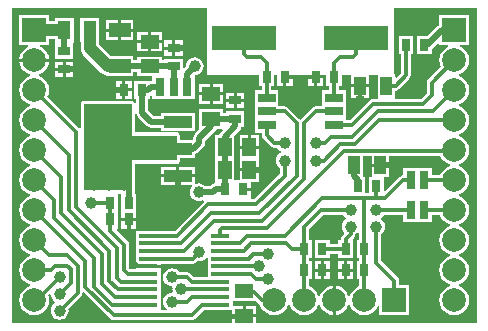
<source format=gtl>
G04 Layer_Physical_Order=1*
G04 Layer_Color=255*
%FSLAX44Y44*%
%MOMM*%
G71*
G01*
G75*
%ADD10R,0.7500X1.0000*%
%ADD11R,5.5000X2.0000*%
%ADD12R,2.3500X3.3000*%
%ADD13R,2.3500X1.0000*%
%ADD14R,1.6000X0.3500*%
%ADD15R,1.1100X1.5400*%
%ADD16R,0.8000X1.5000*%
%ADD17R,1.5000X0.8000*%
%ADD18R,0.8000X1.0500*%
%ADD19R,1.0500X0.8000*%
%ADD20R,1.5500X1.1500*%
%ADD21R,1.8500X1.2000*%
%ADD22R,1.1500X1.5500*%
%ADD23R,1.0000X1.5000*%
%ADD24C,0.3000*%
%ADD25C,0.5000*%
%ADD26C,1.0000*%
%ADD27R,4.0640X7.3660*%
%ADD28R,5.2070X2.1590*%
%ADD29R,2.0000X2.0000*%
%ADD30C,2.0000*%
%ADD31R,2.0000X2.0000*%
%ADD32C,1.0000*%
G36*
X370046Y146076D02*
X372056Y143456D01*
X374676Y141446D01*
X377233Y140387D01*
Y139013D01*
X374676Y137954D01*
X372056Y135944D01*
X370046Y133324D01*
X369133Y131119D01*
X362140D01*
Y137040D01*
X337630D01*
Y131081D01*
X336244Y130806D01*
X334907Y129913D01*
X322553Y117559D01*
X321380Y118045D01*
Y129460D01*
X322567Y129660D01*
X326130D01*
Y138430D01*
X318590D01*
X311050D01*
Y129660D01*
X309863Y129460D01*
X308800D01*
Y115879D01*
X305880D01*
Y129460D01*
X304095D01*
X303630Y130155D01*
Y147821D01*
X311050D01*
Y140970D01*
X318590D01*
X326130D01*
Y147821D01*
X369324D01*
X370046Y146076D01*
D02*
G37*
G36*
X316130Y196970D02*
X316130D01*
X315673Y195889D01*
X312420D01*
X310844Y195576D01*
X309507Y194683D01*
X292934Y178109D01*
X289190D01*
Y190310D01*
Y203390D01*
X283269D01*
Y206840D01*
X285690D01*
Y215900D01*
X293630D01*
Y208280D01*
X301170D01*
X308710D01*
Y215900D01*
X316130D01*
Y196970D01*
D02*
G37*
G36*
X185103Y169510D02*
X183056Y167464D01*
X181942Y165797D01*
X181830Y165230D01*
X178400D01*
Y144650D01*
Y125600D01*
X178400D01*
X178309Y124368D01*
X177104Y124128D01*
X175436Y123014D01*
X174401Y121979D01*
X170661D01*
X170478Y122218D01*
X168902Y123426D01*
X167068Y124186D01*
X165100Y124445D01*
X163132Y124186D01*
X162436Y123898D01*
X161380Y124603D01*
Y129400D01*
X148360D01*
Y123130D01*
X158956D01*
X159448Y121860D01*
X158514Y120642D01*
X157754Y118808D01*
X157495Y116840D01*
X157754Y114872D01*
X158514Y113038D01*
X159722Y111462D01*
X161297Y110254D01*
X163132Y109494D01*
X165100Y109235D01*
X167068Y109494D01*
X168510Y110091D01*
X169229Y109015D01*
X144384Y84169D01*
X132440D01*
Y84340D01*
X111360D01*
Y75760D01*
Y69260D01*
Y62760D01*
Y55320D01*
X121900D01*
X132440D01*
Y56431D01*
X159610D01*
X161186Y56744D01*
X162523Y57637D01*
X163527Y58642D01*
X165100Y58435D01*
X167068Y58694D01*
X168902Y59454D01*
X170478Y60662D01*
X171090Y61461D01*
X172360Y61029D01*
Y56260D01*
Y45169D01*
X160566D01*
X157853Y47883D01*
X156516Y48776D01*
X154940Y49089D01*
X148583D01*
X147618Y50348D01*
X146042Y51556D01*
X144208Y52316D01*
X142240Y52575D01*
X140272Y52316D01*
X138438Y51556D01*
X136862Y50348D01*
X135654Y48773D01*
X134894Y46938D01*
X134635Y44970D01*
X134894Y43002D01*
X135654Y41167D01*
X136862Y39592D01*
X138438Y38384D01*
X140272Y37624D01*
X141775Y37426D01*
X142466Y36799D01*
X142725Y36148D01*
X142515Y34550D01*
X142725Y32952D01*
X142466Y32301D01*
X141775Y31674D01*
X140272Y31476D01*
X138438Y30716D01*
X136862Y29508D01*
X135654Y27933D01*
X134894Y26098D01*
X134635Y24130D01*
X134894Y22162D01*
X135654Y20327D01*
X136862Y18752D01*
X137727Y18089D01*
X137296Y16819D01*
X133527D01*
X132440Y17260D01*
Y23760D01*
Y30260D01*
Y36760D01*
Y43260D01*
Y49760D01*
Y52780D01*
X121900D01*
X111360D01*
Y51669D01*
X106556D01*
X105719Y52506D01*
Y72390D01*
X105406Y73966D01*
X104513Y75303D01*
X94895Y84920D01*
X95421Y86190D01*
X96450D01*
Y101770D01*
X96330D01*
Y115490D01*
X97587Y115520D01*
X97992D01*
X99250Y115490D01*
Y101770D01*
X98870D01*
Y95250D01*
X105410D01*
X111950D01*
Y101770D01*
X111830D01*
Y115490D01*
X110679D01*
Y121790D01*
X110540Y122489D01*
Y140920D01*
X146050D01*
X147041Y141117D01*
X147881Y141679D01*
X148443Y142519D01*
X148640Y143510D01*
Y146130D01*
X161380D01*
Y148802D01*
X161987Y148922D01*
X163654Y150036D01*
X168734Y155116D01*
X169848Y156784D01*
X170239Y158750D01*
Y160431D01*
X178894Y169086D01*
X180008Y170753D01*
X180013Y170780D01*
X184577D01*
X185103Y169510D01*
D02*
G37*
G36*
X400050Y6350D02*
X213490D01*
Y11090D01*
X192910D01*
Y6350D01*
X6350D01*
Y273050D01*
X171450D01*
Y215900D01*
X215710D01*
Y206840D01*
X218131D01*
Y203390D01*
X212210D01*
Y190310D01*
Y178880D01*
Y167450D01*
X218131D01*
Y165100D01*
X218444Y163524D01*
X219337Y162187D01*
X225687Y155837D01*
X227024Y154944D01*
X228600Y154631D01*
X231147D01*
X232112Y153372D01*
X233687Y152164D01*
X234524Y151817D01*
Y150443D01*
X233687Y150096D01*
X232112Y148888D01*
X230904Y147312D01*
X230144Y145478D01*
X229885Y143510D01*
X230144Y141542D01*
X230904Y139707D01*
X232112Y138132D01*
X233371Y137167D01*
Y132516D01*
X211654Y110799D01*
X209672D01*
X208730Y111590D01*
X208730Y112069D01*
Y118110D01*
X202190D01*
Y120650D01*
X208730D01*
Y125600D01*
X215980D01*
Y134620D01*
X207690D01*
X199400D01*
Y128068D01*
X198502Y127170D01*
X195650Y127170D01*
X194980Y128162D01*
Y144650D01*
Y164853D01*
X199214Y169086D01*
X200328Y170753D01*
X200681Y172530D01*
X203370D01*
Y185610D01*
X187790D01*
Y184209D01*
X185550D01*
Y187360D01*
X164970D01*
Y170780D01*
X164970D01*
X165287Y170014D01*
X161466Y166194D01*
X160352Y164527D01*
X159961Y162560D01*
Y161210D01*
X148640D01*
Y165100D01*
X148443Y166091D01*
X147881Y166931D01*
X147041Y167493D01*
X146050Y167690D01*
X110540D01*
Y183479D01*
X111810Y183605D01*
X112092Y182183D01*
X113206Y180516D01*
X120686Y173036D01*
X122353Y171922D01*
X124320Y171531D01*
X132800D01*
Y169130D01*
X161380D01*
Y184210D01*
X132800D01*
Y181809D01*
X126448D01*
X121979Y186278D01*
Y195700D01*
X123380D01*
Y198323D01*
X124478Y198809D01*
X125540Y198182D01*
Y195700D01*
X161480D01*
Y214751D01*
X161480Y215780D01*
X162621Y216090D01*
X163258Y216174D01*
X165093Y216934D01*
X166668Y218142D01*
X167876Y219718D01*
X168636Y221552D01*
X168895Y223520D01*
X168636Y225488D01*
X167876Y227323D01*
X166668Y228898D01*
X165093Y230106D01*
X163258Y230866D01*
X161290Y231125D01*
X159322Y230866D01*
X157487Y230106D01*
X155912Y228898D01*
X154704Y227323D01*
X153944Y225488D01*
X153685Y223520D01*
X153724Y223221D01*
X152570Y222067D01*
X151300Y222593D01*
Y230040D01*
X135720D01*
Y228639D01*
X133480D01*
Y231790D01*
X112900D01*
Y228639D01*
X109490D01*
Y232040D01*
X89865D01*
X79905Y242000D01*
Y243760D01*
X80390D01*
Y264240D01*
X64210D01*
Y243760D01*
X64695D01*
Y238850D01*
X64954Y236882D01*
X65714Y235047D01*
X66922Y233472D01*
X82272Y218122D01*
X83848Y216914D01*
X85682Y216154D01*
X85910Y216124D01*
Y214960D01*
X109490D01*
Y218361D01*
X112900D01*
Y215210D01*
X125540D01*
Y210879D01*
X124460D01*
X123984Y210784D01*
X123380Y211280D01*
Y211280D01*
X110300D01*
Y195700D01*
X111701D01*
Y192440D01*
X110431Y192315D01*
X110343Y192761D01*
X109781Y193601D01*
X108941Y194163D01*
X107950Y194360D01*
X67310D01*
X66319Y194163D01*
X65479Y193601D01*
X64917Y192761D01*
X64720Y191770D01*
Y171501D01*
X63450Y170975D01*
X36704Y197721D01*
X37617Y199926D01*
X38048Y203200D01*
X37617Y206474D01*
X36354Y209524D01*
X34344Y212144D01*
X31724Y214154D01*
X29167Y215213D01*
Y216587D01*
X31724Y217646D01*
X34344Y219656D01*
X36354Y222276D01*
X37617Y225326D01*
X37881Y227330D01*
X12919D01*
X13183Y225326D01*
X14446Y222276D01*
X16456Y219656D01*
X19076Y217646D01*
X21633Y216587D01*
Y215213D01*
X19076Y214154D01*
X16456Y212144D01*
X14446Y209524D01*
X13183Y206474D01*
X12752Y203200D01*
X13183Y199926D01*
X14446Y196876D01*
X16456Y194256D01*
X19076Y192246D01*
X21633Y191187D01*
Y189813D01*
X19076Y188754D01*
X16456Y186744D01*
X14446Y184124D01*
X13183Y181074D01*
X12752Y177800D01*
X13183Y174526D01*
X14446Y171476D01*
X16456Y168856D01*
X19076Y166846D01*
X21633Y165787D01*
Y164413D01*
X19076Y163354D01*
X16456Y161344D01*
X14446Y158724D01*
X13183Y155674D01*
X12752Y152400D01*
X13183Y149126D01*
X14446Y146076D01*
X16456Y143456D01*
X19076Y141446D01*
X21633Y140387D01*
Y139013D01*
X19076Y137954D01*
X16456Y135944D01*
X14446Y133324D01*
X13183Y130274D01*
X12752Y127000D01*
X13183Y123726D01*
X14446Y120676D01*
X16456Y118056D01*
X19076Y116046D01*
X21633Y114987D01*
Y113613D01*
X19076Y112554D01*
X16456Y110544D01*
X14446Y107924D01*
X13183Y104874D01*
X12752Y101600D01*
X13183Y98326D01*
X14446Y95276D01*
X16456Y92656D01*
X19076Y90646D01*
X21633Y89587D01*
Y88213D01*
X19076Y87154D01*
X16456Y85144D01*
X14446Y82524D01*
X13183Y79474D01*
X12752Y76200D01*
X13183Y72926D01*
X14446Y69876D01*
X16456Y67256D01*
X19076Y65246D01*
X21633Y64187D01*
Y62813D01*
X19076Y61754D01*
X16456Y59744D01*
X14446Y57124D01*
X13183Y54074D01*
X12752Y50800D01*
X13183Y47526D01*
X14446Y44476D01*
X16456Y41856D01*
X19076Y39846D01*
X21633Y38787D01*
Y37413D01*
X19076Y36354D01*
X16456Y34344D01*
X14446Y31724D01*
X13183Y28674D01*
X12752Y25400D01*
X13183Y22126D01*
X14446Y19076D01*
X16456Y16456D01*
X19076Y14446D01*
X22126Y13183D01*
X25400Y12752D01*
X28674Y13183D01*
X31724Y14446D01*
X34344Y16456D01*
X36354Y19076D01*
X37617Y22126D01*
X38048Y25400D01*
X37617Y28674D01*
X37295Y29450D01*
X38160Y30315D01*
X39501Y29859D01*
X39644Y28772D01*
X40404Y26937D01*
X41612Y25362D01*
X42919Y24360D01*
X43036Y23811D01*
Y23439D01*
X42919Y22890D01*
X41612Y21888D01*
X40404Y20312D01*
X39644Y18478D01*
X39385Y16510D01*
X39644Y14542D01*
X40404Y12708D01*
X41612Y11132D01*
X43187Y9924D01*
X45022Y9164D01*
X46990Y8905D01*
X48958Y9164D01*
X50792Y9924D01*
X52368Y11132D01*
X53576Y12708D01*
X54336Y14542D01*
X54595Y16510D01*
X54388Y18083D01*
X65143Y28837D01*
X66036Y30174D01*
X66298Y31491D01*
X67474Y32111D01*
X89797Y9787D01*
X91134Y8894D01*
X92710Y8581D01*
X158750D01*
X160326Y8894D01*
X161663Y9787D01*
X169306Y17431D01*
X172360D01*
Y17260D01*
X192910D01*
Y13630D01*
X201930D01*
Y20650D01*
X193440D01*
Y25070D01*
X212945D01*
X215527Y22487D01*
X216503Y21835D01*
X217646Y19076D01*
X219656Y16456D01*
X222276Y14446D01*
X225326Y13183D01*
X228600Y12752D01*
X231874Y13183D01*
X234924Y14446D01*
X237544Y16456D01*
X239554Y19076D01*
X240613Y21633D01*
X241987D01*
X243046Y19076D01*
X245056Y16456D01*
X247676Y14446D01*
X250726Y13183D01*
X254000Y12752D01*
X257274Y13183D01*
X260324Y14446D01*
X262944Y16456D01*
X264954Y19076D01*
X266013Y21633D01*
X267387D01*
X268446Y19076D01*
X270456Y16456D01*
X273076Y14446D01*
X276126Y13183D01*
X278130Y12919D01*
Y25400D01*
Y37881D01*
X276126Y37617D01*
X273076Y36354D01*
X270456Y34344D01*
X268446Y31724D01*
X267387Y29167D01*
X266013D01*
X264954Y31724D01*
X262944Y34344D01*
X260324Y36354D01*
X258119Y37267D01*
Y43260D01*
X260290D01*
Y58340D01*
X258119D01*
Y61040D01*
X260290D01*
Y76120D01*
X258119D01*
Y85924D01*
X269676Y97481D01*
X287027D01*
X287992Y96222D01*
X289080Y95388D01*
X289165Y95184D01*
Y94046D01*
X289080Y93842D01*
X287992Y93008D01*
X286784Y91433D01*
X286024Y89598D01*
X285765Y87630D01*
X286024Y85662D01*
X286784Y83827D01*
X287992Y82252D01*
X288025Y81760D01*
X286387Y80123D01*
X285494Y78786D01*
X285181Y77210D01*
Y76120D01*
X283010D01*
Y72699D01*
X275790D01*
Y76120D01*
X263210D01*
Y61040D01*
X275790D01*
Y64461D01*
X283010D01*
Y61040D01*
X295590D01*
Y76120D01*
X295590D01*
X295135Y77219D01*
X296283Y78367D01*
X297176Y79704D01*
X297489Y81280D01*
Y81287D01*
X298748Y82252D01*
X299411Y83117D01*
X300681Y82686D01*
Y76120D01*
X298510D01*
Y61040D01*
X300681D01*
Y58340D01*
X298510D01*
Y43260D01*
X300681D01*
Y37267D01*
X298476Y36354D01*
X295856Y34344D01*
X293846Y31724D01*
X292787Y29167D01*
X291413D01*
X290354Y31724D01*
X288344Y34344D01*
X285724Y36354D01*
X282674Y37617D01*
X280670Y37881D01*
Y25400D01*
Y12919D01*
X282674Y13183D01*
X285724Y14446D01*
X288344Y16456D01*
X290354Y19076D01*
X291413Y21633D01*
X292787D01*
X293846Y19076D01*
X295856Y16456D01*
X298476Y14446D01*
X301526Y13183D01*
X304800Y12752D01*
X308074Y13183D01*
X311124Y14446D01*
X313744Y16456D01*
X315754Y19076D01*
X316390Y20612D01*
X317660Y20359D01*
Y12860D01*
X342740D01*
Y37940D01*
X334319D01*
Y41910D01*
X334006Y43486D01*
X333113Y44823D01*
X319079Y58856D01*
Y81287D01*
X320338Y82252D01*
X321546Y83827D01*
X322306Y85662D01*
X322565Y87630D01*
X322306Y89598D01*
X321546Y91433D01*
X320338Y93008D01*
X319250Y93842D01*
X319165Y94046D01*
Y95184D01*
X319250Y95388D01*
X320338Y96222D01*
X321303Y97481D01*
X337630D01*
Y91560D01*
X362140D01*
Y97481D01*
X369133D01*
X370046Y95276D01*
X372056Y92656D01*
X374676Y90646D01*
X377233Y89587D01*
Y88213D01*
X374676Y87154D01*
X372056Y85144D01*
X370046Y82524D01*
X368783Y79474D01*
X368352Y76200D01*
X368783Y72926D01*
X370046Y69876D01*
X372056Y67256D01*
X374676Y65246D01*
X377233Y64187D01*
Y62813D01*
X374676Y61754D01*
X372056Y59744D01*
X370046Y57124D01*
X368783Y54074D01*
X368352Y50800D01*
X368783Y47526D01*
X370046Y44476D01*
X372056Y41856D01*
X374676Y39846D01*
X377233Y38787D01*
Y37413D01*
X374676Y36354D01*
X372056Y34344D01*
X370046Y31724D01*
X368783Y28674D01*
X368352Y25400D01*
X368783Y22126D01*
X370046Y19076D01*
X372056Y16456D01*
X374676Y14446D01*
X377726Y13183D01*
X381000Y12752D01*
X384274Y13183D01*
X387324Y14446D01*
X389944Y16456D01*
X391954Y19076D01*
X393217Y22126D01*
X393648Y25400D01*
X393217Y28674D01*
X391954Y31724D01*
X389944Y34344D01*
X387324Y36354D01*
X384767Y37413D01*
Y38787D01*
X387324Y39846D01*
X389944Y41856D01*
X391954Y44476D01*
X393217Y47526D01*
X393648Y50800D01*
X393217Y54074D01*
X391954Y57124D01*
X389944Y59744D01*
X387324Y61754D01*
X384767Y62813D01*
Y64187D01*
X387324Y65246D01*
X389944Y67256D01*
X391954Y69876D01*
X393217Y72926D01*
X393648Y76200D01*
X393217Y79474D01*
X391954Y82524D01*
X389944Y85144D01*
X387324Y87154D01*
X384767Y88213D01*
Y89587D01*
X387324Y90646D01*
X389944Y92656D01*
X391954Y95276D01*
X393217Y98326D01*
X393648Y101600D01*
X393217Y104874D01*
X391954Y107924D01*
X389944Y110544D01*
X387324Y112554D01*
X384767Y113613D01*
Y114987D01*
X387324Y116046D01*
X389944Y118056D01*
X391954Y120676D01*
X393217Y123726D01*
X393648Y127000D01*
X393217Y130274D01*
X391954Y133324D01*
X389944Y135944D01*
X387324Y137954D01*
X384767Y139013D01*
Y140387D01*
X387324Y141446D01*
X389944Y143456D01*
X391954Y146076D01*
X393217Y149126D01*
X393648Y152400D01*
X393217Y155674D01*
X391954Y158724D01*
X389944Y161344D01*
X387324Y163354D01*
X384767Y164413D01*
Y165787D01*
X387324Y166846D01*
X389944Y168856D01*
X391954Y171476D01*
X393217Y174526D01*
X393648Y177800D01*
X393217Y181074D01*
X391954Y184124D01*
X389944Y186744D01*
X387324Y188754D01*
X384767Y189813D01*
Y191187D01*
X387324Y192246D01*
X389944Y194256D01*
X391954Y196876D01*
X393217Y199926D01*
X393648Y203200D01*
X393217Y206474D01*
X391954Y209524D01*
X389944Y212144D01*
X387324Y214154D01*
X384767Y215213D01*
Y216587D01*
X387324Y217646D01*
X389944Y219656D01*
X391954Y222276D01*
X393217Y225326D01*
X393648Y228600D01*
X393217Y231874D01*
X391954Y234924D01*
X389944Y237544D01*
X387324Y239554D01*
X385788Y240190D01*
X386040Y241460D01*
X393540D01*
Y266540D01*
X368460D01*
Y258471D01*
X367206Y257634D01*
X358413Y248840D01*
X349440D01*
Y233760D01*
X362020D01*
Y237913D01*
X367287Y243179D01*
X368460Y242693D01*
Y241460D01*
X375960D01*
X376212Y240190D01*
X374676Y239554D01*
X372056Y237544D01*
X370046Y234924D01*
X368783Y231874D01*
X368352Y228600D01*
X368783Y225326D01*
X369696Y223121D01*
X359037Y212463D01*
X358144Y211126D01*
X357831Y209550D01*
Y201096D01*
X352624Y195889D01*
X331667D01*
X331210Y196970D01*
X331210D01*
Y202891D01*
X331470D01*
X333046Y203204D01*
X334383Y204097D01*
X343143Y212857D01*
X344036Y214194D01*
X344349Y215770D01*
Y233760D01*
X346520D01*
Y248840D01*
X333940D01*
Y233760D01*
X336111D01*
Y217476D01*
X332383Y213749D01*
X331210Y214235D01*
Y217050D01*
X330200D01*
Y273050D01*
X400050D01*
Y6350D01*
D02*
G37*
G36*
X272610Y206840D02*
X275031D01*
Y203390D01*
X269110D01*
Y189539D01*
X263910D01*
X262334Y189226D01*
X260997Y188333D01*
X251573Y178909D01*
X250967Y178467D01*
X249861Y178874D01*
X240403Y188333D01*
X239066Y189226D01*
X237490Y189539D01*
X232290D01*
Y203390D01*
X226369D01*
Y206840D01*
X228790D01*
Y215900D01*
X231210D01*
Y206840D01*
X236480D01*
Y214630D01*
X239020D01*
Y206840D01*
X244290D01*
Y215900D01*
X257110D01*
Y215900D01*
X263650D01*
X270190D01*
Y215900D01*
X272610D01*
Y206840D01*
D02*
G37*
%LPC*%
G36*
X299900Y205740D02*
X293630D01*
Y196970D01*
X299900D01*
Y205740D01*
D02*
G37*
G36*
X308710D02*
X302440D01*
Y196970D01*
X308710D01*
Y205740D01*
D02*
G37*
G36*
X161380Y138210D02*
X148360D01*
Y131940D01*
X161380D01*
Y138210D01*
D02*
G37*
G36*
X111950Y92710D02*
X106680D01*
Y86190D01*
X111950D01*
Y92710D01*
D02*
G37*
G36*
X145820Y129400D02*
X132800D01*
Y123130D01*
X145820D01*
Y129400D01*
D02*
G37*
G36*
Y138210D02*
X132800D01*
Y131940D01*
X145820D01*
Y138210D01*
D02*
G37*
G36*
X104140Y92710D02*
X98870D01*
Y86190D01*
X104140D01*
Y92710D01*
D02*
G37*
G36*
X206420Y165230D02*
X199400D01*
Y156210D01*
X206420D01*
Y165230D01*
D02*
G37*
G36*
X215980Y153670D02*
X207690D01*
X199400D01*
Y144650D01*
Y137160D01*
X207690D01*
X215980D01*
Y144650D01*
Y153670D01*
D02*
G37*
G36*
Y165230D02*
X208960D01*
Y156210D01*
X215980D01*
Y165230D01*
D02*
G37*
G36*
X185550Y198800D02*
X176530D01*
Y191780D01*
X185550D01*
Y198800D01*
D02*
G37*
G36*
X100070Y202220D02*
X94800D01*
Y195700D01*
X100070D01*
Y202220D01*
D02*
G37*
G36*
X107880D02*
X102610D01*
Y195700D01*
X107880D01*
Y202220D01*
D02*
G37*
G36*
X194310Y193300D02*
X187790D01*
Y188030D01*
X194310D01*
Y193300D01*
D02*
G37*
G36*
X203370D02*
X196850D01*
Y188030D01*
X203370D01*
Y193300D01*
D02*
G37*
G36*
X173990Y198800D02*
X164970D01*
Y191780D01*
X173990D01*
Y198800D01*
D02*
G37*
G36*
X288030Y49530D02*
X283010D01*
Y43260D01*
X288030D01*
Y49530D01*
D02*
G37*
G36*
X295590D02*
X290570D01*
Y43260D01*
X295590D01*
Y49530D01*
D02*
G37*
G36*
X268230Y58340D02*
X263210D01*
Y52070D01*
X268230D01*
Y58340D01*
D02*
G37*
G36*
X213490Y20650D02*
X204470D01*
Y13630D01*
X213490D01*
Y20650D01*
D02*
G37*
G36*
X268230Y49530D02*
X263210D01*
Y43260D01*
X268230D01*
Y49530D01*
D02*
G37*
G36*
X275790D02*
X270770D01*
Y43260D01*
X275790D01*
Y49530D01*
D02*
G37*
G36*
X288030Y58340D02*
X283010D01*
Y52070D01*
X288030D01*
Y58340D01*
D02*
G37*
G36*
X295590D02*
X290570D01*
Y52070D01*
X295590D01*
Y58340D01*
D02*
G37*
G36*
X275790D02*
X270770D01*
Y52070D01*
X275790D01*
Y58340D01*
D02*
G37*
G36*
X194310Y201110D02*
X187790D01*
Y195840D01*
X194310D01*
Y201110D01*
D02*
G37*
G36*
X121920Y243230D02*
X112900D01*
Y236210D01*
X121920D01*
Y243230D01*
D02*
G37*
G36*
X133480D02*
X124460D01*
Y236210D01*
X133480D01*
Y243230D01*
D02*
G37*
G36*
X142240Y245540D02*
X135720D01*
Y240270D01*
X142240D01*
Y245540D01*
D02*
G37*
G36*
X37940Y266540D02*
X12860D01*
Y241460D01*
X20359D01*
X20612Y240190D01*
X19076Y239554D01*
X16456Y237544D01*
X14446Y234924D01*
X13183Y231874D01*
X12919Y229870D01*
X37881D01*
X37617Y231874D01*
X36354Y234924D01*
X34344Y237544D01*
X31724Y239554D01*
X30188Y240190D01*
X30440Y241460D01*
X37940D01*
Y246395D01*
X42710D01*
Y244036D01*
X42710Y243760D01*
X42710D01*
X43010Y242890D01*
X43010Y242890D01*
Y229810D01*
X58590D01*
Y242890D01*
X58590Y242890D01*
X58890Y243760D01*
X58890D01*
X58890Y244036D01*
Y264240D01*
X42710D01*
Y261605D01*
X37940D01*
Y266540D01*
D02*
G37*
G36*
X142240Y237730D02*
X135720D01*
Y232460D01*
X142240D01*
Y237730D01*
D02*
G37*
G36*
X151300D02*
X144780D01*
Y232460D01*
X151300D01*
Y237730D01*
D02*
G37*
G36*
Y245540D02*
X144780D01*
Y240270D01*
X151300D01*
Y245540D01*
D02*
G37*
G36*
X133480Y252790D02*
X124460D01*
Y245770D01*
X133480D01*
Y252790D01*
D02*
G37*
G36*
X96430Y262540D02*
X85910D01*
Y255270D01*
X96430D01*
Y262540D01*
D02*
G37*
G36*
X109490D02*
X98970D01*
Y255270D01*
X109490D01*
Y262540D01*
D02*
G37*
G36*
X96430Y252730D02*
X85910D01*
Y245460D01*
X96430D01*
Y252730D01*
D02*
G37*
G36*
X109490D02*
X98970D01*
Y245460D01*
X109490D01*
Y252730D01*
D02*
G37*
G36*
X121920Y252790D02*
X112900D01*
Y245770D01*
X121920D01*
Y252790D01*
D02*
G37*
G36*
X173990Y208360D02*
X164970D01*
Y201340D01*
X173990D01*
Y208360D01*
D02*
G37*
G36*
X185550D02*
X176530D01*
Y201340D01*
X185550D01*
Y208360D01*
D02*
G37*
G36*
X100070Y211280D02*
X94800D01*
Y204760D01*
X100070D01*
Y211280D01*
D02*
G37*
G36*
X203370Y201110D02*
X196850D01*
Y195840D01*
X203370D01*
Y201110D01*
D02*
G37*
G36*
X107880Y211280D02*
X102610D01*
Y204760D01*
X107880D01*
Y211280D01*
D02*
G37*
G36*
X58590Y219580D02*
X52070D01*
Y214310D01*
X58590D01*
Y219580D01*
D02*
G37*
G36*
X49530Y227390D02*
X43010D01*
Y222120D01*
X49530D01*
Y227390D01*
D02*
G37*
G36*
X58590D02*
X52070D01*
Y222120D01*
X58590D01*
Y227390D01*
D02*
G37*
G36*
X49530Y219580D02*
X43010D01*
Y214310D01*
X49530D01*
Y219580D01*
D02*
G37*
G36*
X262380Y213360D02*
X257110D01*
Y206840D01*
X262380D01*
Y213360D01*
D02*
G37*
G36*
X270190D02*
X264920D01*
Y206840D01*
X270190D01*
Y213360D01*
D02*
G37*
%LPD*%
D10*
X340230Y241300D02*
D03*
X355730D02*
D03*
X299590Y121920D02*
D03*
X315090D02*
D03*
X254000Y50800D02*
D03*
X269500D02*
D03*
X304800D02*
D03*
X289300D02*
D03*
X304800Y68580D02*
D03*
X289300D02*
D03*
X254000D02*
D03*
X269500D02*
D03*
X90040Y107950D02*
D03*
X105540D02*
D03*
D11*
X298200Y247650D02*
D03*
X203200D02*
D03*
D12*
X86590Y153670D02*
D03*
D13*
X147090Y176670D02*
D03*
Y153670D02*
D03*
Y130670D02*
D03*
D14*
X121900Y80050D02*
D03*
Y73550D02*
D03*
Y67050D02*
D03*
Y60550D02*
D03*
Y54050D02*
D03*
Y47550D02*
D03*
Y41050D02*
D03*
Y34550D02*
D03*
Y28050D02*
D03*
Y21550D02*
D03*
X182900Y80050D02*
D03*
Y73550D02*
D03*
Y67050D02*
D03*
Y60550D02*
D03*
Y54050D02*
D03*
Y47550D02*
D03*
Y41050D02*
D03*
Y34550D02*
D03*
Y28050D02*
D03*
Y21550D02*
D03*
D15*
X50800Y254000D02*
D03*
X72300D02*
D03*
D16*
X132080Y205740D02*
D03*
X143510D02*
D03*
X154940D02*
D03*
X344170Y101600D02*
D03*
X355600D02*
D03*
X344170Y127000D02*
D03*
X355600D02*
D03*
D17*
X279150Y173990D02*
D03*
Y185420D02*
D03*
Y196850D02*
D03*
X222250Y173990D02*
D03*
Y185420D02*
D03*
Y196850D02*
D03*
D18*
X101340Y203490D02*
D03*
X116840D02*
D03*
X202190Y119380D02*
D03*
X186690D02*
D03*
X263650Y214630D02*
D03*
X279150D02*
D03*
X237750D02*
D03*
X222250D02*
D03*
X105410Y93980D02*
D03*
X89910D02*
D03*
D19*
X195580Y194570D02*
D03*
Y179070D02*
D03*
X143510Y239000D02*
D03*
Y223500D02*
D03*
X50800Y220850D02*
D03*
Y236350D02*
D03*
D20*
X175260Y179070D02*
D03*
Y200070D02*
D03*
X123190Y223500D02*
D03*
Y244500D02*
D03*
X203200Y33360D02*
D03*
Y12360D02*
D03*
D21*
X97700Y254000D02*
D03*
Y223500D02*
D03*
D22*
X186690Y135890D02*
D03*
X207690D02*
D03*
X186690Y154940D02*
D03*
X207690D02*
D03*
D23*
X301170Y207010D02*
D03*
X323670D02*
D03*
X318590Y139700D02*
D03*
X296090D02*
D03*
D24*
X213316Y43630D02*
X223560D01*
X209396Y47550D02*
X213316Y43630D01*
X182900Y47550D02*
X209396D01*
X250700Y201210D02*
Y214630D01*
X237750D02*
X263650D01*
X218530Y92710D02*
X254000Y128180D01*
X177800Y92710D02*
X218530D01*
X152140Y67050D02*
X177800Y92710D01*
X215900Y99060D02*
X247650Y130810D01*
X175170Y99060D02*
X215900D01*
X149660Y73550D02*
X175170Y99060D01*
X213360Y106680D02*
X237490Y130810D01*
X172720Y106680D02*
X213360D01*
X146090Y80050D02*
X172720Y106680D01*
X237490Y130810D02*
Y143510D01*
X105410Y80010D02*
Y93980D01*
Y80010D02*
X107950Y77470D01*
Y59037D02*
Y77470D01*
Y59037D02*
X112937Y54050D01*
X159610Y60550D02*
X165100Y66040D01*
X121900Y60550D02*
X159610D01*
X243840Y68580D02*
X254000D01*
X238910Y73510D02*
X243840Y68580D01*
X209400Y73510D02*
X238910D01*
X202940Y67050D02*
X209400Y73510D01*
X182900Y67050D02*
X202940D01*
X182900Y54050D02*
X215680D01*
X206940Y60550D02*
X210860Y64470D01*
X182900Y60550D02*
X206940D01*
X210860Y64470D02*
X223560D01*
X182900Y73550D02*
X199280D01*
X205740Y80010D01*
X237490D01*
X182900Y85110D02*
X184150Y86360D01*
X182900Y80050D02*
Y85110D01*
Y73550D02*
X182940Y73510D01*
X182900Y67050D02*
X182940Y67010D01*
X182900Y80050D02*
X182940Y80010D01*
X73660Y107950D02*
X90040D01*
X317500Y177800D02*
X381000D01*
X247650Y130810D02*
Y175260D01*
X254000Y128180D02*
Y175510D01*
X121900Y80050D02*
X146090D01*
X228600Y158750D02*
X237490D01*
Y185420D02*
X247650Y175260D01*
X222250Y165100D02*
X228600Y158750D01*
X222250Y165100D02*
Y173990D01*
X279150D02*
X294640D01*
X121900Y67050D02*
X152140D01*
X121900Y73550D02*
X149660D01*
X298200Y233680D02*
Y247650D01*
X295660Y231140D02*
X298200Y233680D01*
X284230Y231140D02*
X295660D01*
X279150Y226060D02*
X284230Y231140D01*
X279150Y214630D02*
Y226060D01*
Y196850D02*
Y214630D01*
X263910Y185420D02*
X279150D01*
X222250D02*
X237490D01*
X222250Y196850D02*
Y214630D01*
Y226060D01*
X217170Y231140D02*
X222250Y226060D01*
X205740Y231140D02*
X217170D01*
X203200Y233680D02*
X205740Y231140D01*
X203200Y233680D02*
Y247650D01*
X254000Y175510D02*
X263910Y185420D01*
X89910Y93980D02*
X90040Y94110D01*
Y107950D01*
X89910Y84080D02*
Y93980D01*
Y84080D02*
X101600Y72390D01*
Y50800D02*
Y72390D01*
Y50800D02*
X104850Y47550D01*
X121900D01*
X68580Y36830D02*
Y58420D01*
Y36830D02*
X92710Y12700D01*
X46990Y16510D02*
X62230Y31750D01*
Y54292D01*
X46990Y30740D02*
X56198Y39948D01*
Y51753D01*
X27420Y25400D02*
X46990Y44970D01*
X43180Y54610D02*
X53340D01*
X39370Y50800D02*
X43180Y54610D01*
X25400Y50800D02*
X39370D01*
X53340Y54610D02*
X56198Y51753D01*
X142240Y24130D02*
X154940D01*
X92710Y12700D02*
X158750D01*
X25400Y25400D02*
X27420D01*
X76200Y37045D02*
X91695Y21550D01*
X76200Y37045D02*
Y60960D01*
X82550Y39370D02*
Y64770D01*
Y39370D02*
X93870Y28050D01*
X53022Y63500D02*
X62230Y54292D01*
X41910Y95250D02*
X76200Y60960D01*
X48260Y99060D02*
X82550Y64770D01*
X98650Y41050D02*
X121900D01*
X95250Y44450D02*
X98650Y41050D01*
X95250Y44450D02*
Y69850D01*
X96260Y34550D02*
X121900D01*
X88900Y41910D02*
X96260Y34550D01*
X88900Y41910D02*
Y67310D01*
X93870Y28050D02*
X121900D01*
X91695Y21550D02*
X121900D01*
X60960Y104140D02*
X95250Y69850D01*
X60960Y104140D02*
Y167640D01*
X54610Y101600D02*
X88900Y67310D01*
X54610Y101600D02*
Y148590D01*
X25400Y152400D02*
X48260Y129540D01*
Y99060D02*
Y129540D01*
X25400Y127000D02*
X41910Y110490D01*
Y95250D02*
Y110490D01*
X25400Y203200D02*
X60960Y167640D01*
X25400Y177800D02*
X54610Y148590D01*
X25400Y101600D02*
X68580Y58420D01*
X25400Y76200D02*
X38100Y63500D01*
X53022D01*
X218440Y25400D02*
X228600D01*
X211750Y32090D02*
X218440Y25400D01*
X203200Y32090D02*
X211750D01*
X183810Y11090D02*
X203200D01*
X304800Y68580D02*
Y111760D01*
X269240D02*
X304800D01*
X237490Y80010D02*
X269240Y111760D01*
X330200Y25400D02*
Y41910D01*
X314960Y57150D02*
X330200Y41910D01*
X314960Y57150D02*
Y87630D01*
X293370Y81280D02*
Y87630D01*
X289300Y77210D02*
X293370Y81280D01*
X289300Y68580D02*
Y77210D01*
X267970Y101600D02*
X293370D01*
X314960D02*
X344170D01*
X254000Y87630D02*
X267970Y101600D01*
X254000Y68580D02*
Y87630D01*
X269500Y68580D02*
X289300D01*
X304800Y25400D02*
Y50800D01*
Y68580D01*
X254000Y50800D02*
Y68580D01*
Y25400D02*
Y50800D01*
X142240Y44970D02*
X154940D01*
X158860Y41050D01*
X182900D01*
X158860Y28050D02*
X182900D01*
X154940Y24130D02*
X158860Y28050D01*
X150120Y34550D02*
X182900D01*
X158750Y12700D02*
X167600Y21550D01*
X182900D01*
X355600Y101600D02*
X381000D01*
X355600Y127000D02*
X381000D01*
X361950Y209550D02*
X381000Y228600D01*
X316230Y185420D02*
X363220D01*
X381000Y203200D01*
X294640Y173990D02*
X312420Y191770D01*
X354330D01*
X361950Y199390D01*
Y209550D01*
X301170Y194490D02*
Y207010D01*
X112937Y54050D02*
X121900D01*
X322580Y111760D02*
X337820Y127000D01*
X344170D01*
X294640Y163830D02*
X316230Y185420D01*
X264160Y158750D02*
X271780D01*
X276860Y163830D01*
X294640D01*
X297180Y157480D02*
X317500Y177800D01*
X264160Y143510D02*
X270510D01*
X284480Y157480D01*
X297180D01*
X184150Y86360D02*
X222250D01*
X287830Y151940D01*
X380540D02*
X381000Y152400D01*
X287830Y151940D02*
X380540D01*
X315090Y111890D02*
Y121920D01*
X314960Y111760D02*
X315090Y111890D01*
X304800Y111760D02*
X314960D01*
X322580D01*
X340230Y215770D02*
Y241300D01*
X331470Y207010D02*
X340230Y215770D01*
X323670Y207010D02*
X331470D01*
D25*
X143510Y239000D02*
X156930D01*
X50800Y220850D02*
X64220D01*
X147090Y117250D02*
Y130670D01*
X87920Y203490D02*
X101340D01*
X101600Y125730D02*
X105540Y121790D01*
Y107950D02*
Y121790D01*
X179070Y119380D02*
X186690D01*
X176530Y116840D02*
X179070Y119380D01*
X165100Y116840D02*
X176530D01*
X207690Y135890D02*
X223520D01*
X186690Y119380D02*
Y135890D01*
Y154940D01*
Y163830D01*
X195580Y172720D01*
Y179070D01*
X175260Y172720D02*
Y179070D01*
X165100Y162560D02*
X175260Y172720D01*
X165100Y158750D02*
Y162560D01*
X160020Y153670D02*
X165100Y158750D01*
X147090Y153670D02*
X160020D01*
X175260Y179070D02*
X195580D01*
X154940Y217170D02*
X161290Y223520D01*
X154940Y205740D02*
Y217170D01*
X124320Y176670D02*
X147090D01*
X116840Y184150D02*
X124320Y176670D01*
X116840Y184150D02*
Y203490D01*
X124460Y205740D02*
X132080D01*
X122210Y203490D02*
X124460Y205740D01*
X116840Y203490D02*
X122210D01*
X143510Y205740D02*
Y223500D01*
X123190D02*
X143510D01*
X97700D02*
X123190D01*
X50800Y236350D02*
Y254000D01*
X299590Y121920D02*
Y127130D01*
X296090Y130630D02*
X299590Y127130D01*
X296090Y130630D02*
Y139700D01*
X318590D02*
X330200D01*
X355730Y241300D02*
X358140D01*
X370840Y254000D01*
X381000D01*
D26*
X87650Y223500D02*
X97700D01*
X72300Y238850D02*
X87650Y223500D01*
X72300Y238850D02*
Y254000D01*
X25400D02*
X50800D01*
D27*
X87630Y154940D02*
D03*
D28*
X120015Y154305D02*
D03*
D29*
X330200Y25400D02*
D03*
D30*
X304800D02*
D03*
X279400D02*
D03*
X254000D02*
D03*
X228600D02*
D03*
X381000D02*
D03*
Y50800D02*
D03*
Y76200D02*
D03*
Y101600D02*
D03*
Y127000D02*
D03*
Y228600D02*
D03*
Y203200D02*
D03*
Y177800D02*
D03*
Y152400D02*
D03*
X25400Y25400D02*
D03*
Y50800D02*
D03*
Y76200D02*
D03*
Y101600D02*
D03*
Y127000D02*
D03*
Y228600D02*
D03*
Y203200D02*
D03*
Y177800D02*
D03*
Y152400D02*
D03*
D31*
X381000Y254000D02*
D03*
X25400D02*
D03*
D32*
X156930Y239000D02*
D03*
X76200Y123190D02*
D03*
X88900D02*
D03*
X101600D02*
D03*
Y184150D02*
D03*
X88900D02*
D03*
X76200D02*
D03*
X64220Y220850D02*
D03*
X147090Y117250D02*
D03*
X250700Y201210D02*
D03*
X87920Y203490D02*
D03*
X165100Y116840D02*
D03*
X223520Y135890D02*
D03*
X165100Y66040D02*
D03*
X215680Y54050D02*
D03*
X223560Y43630D02*
D03*
Y64470D02*
D03*
X161290Y223520D02*
D03*
X116840Y153670D02*
D03*
X73660Y107950D02*
D03*
X264160Y143510D02*
D03*
X237490D02*
D03*
X264160Y158750D02*
D03*
X237490D02*
D03*
X46990Y30740D02*
D03*
Y44970D02*
D03*
Y16510D02*
D03*
X142240Y24130D02*
D03*
X183810Y11090D02*
D03*
X314960Y87630D02*
D03*
X293370D02*
D03*
Y101600D02*
D03*
X314960D02*
D03*
X142240Y44970D02*
D03*
X150120Y34550D02*
D03*
X301170Y194490D02*
D03*
X330200Y139700D02*
D03*
M02*

</source>
